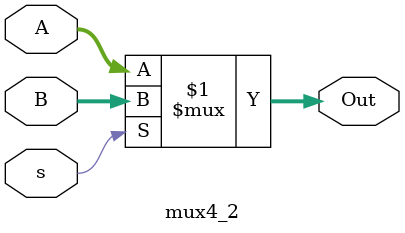
<source format=v>
module mux4_2(output wire [3:0] Out, input  wire [3:0] A, input wire [3:0] B, input wire s);

  assign Out = s ? B : A;

endmodule
</source>
